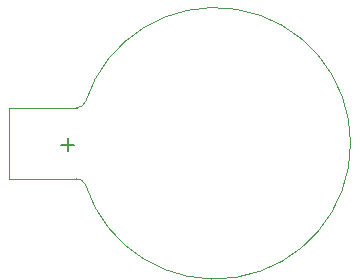
<source format=gbr>
G04 #@! TF.GenerationSoftware,KiCad,Pcbnew,(6.0.0)*
G04 #@! TF.CreationDate,2022-12-26T17:53:18+03:00*
G04 #@! TF.ProjectId,back,6261636b-2e6b-4696-9361-645f70636258,rev?*
G04 #@! TF.SameCoordinates,Original*
G04 #@! TF.FileFunction,Legend,Top*
G04 #@! TF.FilePolarity,Positive*
%FSLAX46Y46*%
G04 Gerber Fmt 4.6, Leading zero omitted, Abs format (unit mm)*
G04 Created by KiCad (PCBNEW (6.0.0)) date 2022-12-26 17:53:18*
%MOMM*%
%LPD*%
G01*
G04 APERTURE LIST*
%ADD10C,0.150000*%
%ADD11C,0.120000*%
G04 APERTURE END LIST*
D10*
X155953572Y-99986976D02*
X157096429Y-99986976D01*
X156525001Y-100558405D02*
X156525001Y-99415548D01*
D11*
X158025001Y-103379834D02*
G75*
G03*
X180470672Y-99834553I10950000J3500000D01*
G01*
X158026755Y-103406218D02*
G75*
G03*
X157275001Y-102879834I-751754J-273616D01*
G01*
X180470672Y-99925115D02*
G75*
G03*
X158025001Y-96379834I-11495671J45281D01*
G01*
X157275001Y-96879834D02*
G75*
G03*
X158026755Y-96353450I0J800000D01*
G01*
X151575001Y-96879834D02*
X157275001Y-96879834D01*
X151575001Y-102879834D02*
X151575001Y-96879834D01*
X151575001Y-102879834D02*
X157275001Y-102879834D01*
M02*

</source>
